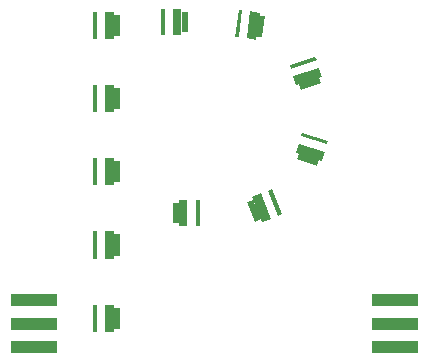
<source format=gts>
G04 #@! TF.FileFunction,Soldermask,Top*
%FSLAX46Y46*%
G04 Gerber Fmt 4.6, Leading zero omitted, Abs format (unit mm)*
G04 Created by KiCad (PCBNEW 4.0.0-rc2-stable) date 3/3/2016 3:46:44 PM*
%MOMM*%
G01*
G04 APERTURE LIST*
%ADD10C,0.150000*%
%ADD11R,0.500000X1.800000*%
%ADD12R,0.320000X2.300000*%
%ADD13R,0.800000X2.300000*%
%ADD14R,4.000000X1.000000*%
%ADD15C,0.600000*%
G04 APERTURE END LIST*
D10*
G36*
X56326098Y-22015281D02*
X56326098Y-23815281D01*
X55826098Y-23815281D01*
X55826098Y-22015281D01*
X56326098Y-22015281D01*
X56326098Y-22015281D01*
G37*
G36*
X54336098Y-21765281D02*
X54336098Y-24065281D01*
X54016098Y-24065281D01*
X54016098Y-21765281D01*
X54336098Y-21765281D01*
X54336098Y-21765281D01*
G37*
G36*
X55826098Y-21765281D02*
X55826098Y-24065281D01*
X55026098Y-24065281D01*
X55026098Y-21765281D01*
X55826098Y-21765281D01*
X55826098Y-21765281D01*
G37*
G36*
X56326098Y-28215395D02*
X56326098Y-30015395D01*
X55826098Y-30015395D01*
X55826098Y-28215395D01*
X56326098Y-28215395D01*
X56326098Y-28215395D01*
G37*
G36*
X54336098Y-27965395D02*
X54336098Y-30265395D01*
X54016098Y-30265395D01*
X54016098Y-27965395D01*
X54336098Y-27965395D01*
X54336098Y-27965395D01*
G37*
G36*
X55826098Y-27965395D02*
X55826098Y-30265395D01*
X55026098Y-30265395D01*
X55026098Y-27965395D01*
X55826098Y-27965395D01*
X55826098Y-27965395D01*
G37*
G36*
X56326098Y-34415510D02*
X56326098Y-36215510D01*
X55826098Y-36215510D01*
X55826098Y-34415510D01*
X56326098Y-34415510D01*
X56326098Y-34415510D01*
G37*
G36*
X54336098Y-34165510D02*
X54336098Y-36465510D01*
X54016098Y-36465510D01*
X54016098Y-34165510D01*
X54336098Y-34165510D01*
X54336098Y-34165510D01*
G37*
G36*
X55826098Y-34165510D02*
X55826098Y-36465510D01*
X55026098Y-36465510D01*
X55026098Y-34165510D01*
X55826098Y-34165510D01*
X55826098Y-34165510D01*
G37*
G36*
X56326098Y-40615625D02*
X56326098Y-42415625D01*
X55826098Y-42415625D01*
X55826098Y-40615625D01*
X56326098Y-40615625D01*
X56326098Y-40615625D01*
G37*
G36*
X54336098Y-40365625D02*
X54336098Y-42665625D01*
X54016098Y-42665625D01*
X54016098Y-40365625D01*
X54336098Y-40365625D01*
X54336098Y-40365625D01*
G37*
G36*
X55826098Y-40365625D02*
X55826098Y-42665625D01*
X55026098Y-42665625D01*
X55026098Y-40365625D01*
X55826098Y-40365625D01*
X55826098Y-40365625D01*
G37*
G36*
X56326098Y-46815740D02*
X56326098Y-48615740D01*
X55826098Y-48615740D01*
X55826098Y-46815740D01*
X56326098Y-46815740D01*
X56326098Y-46815740D01*
G37*
G36*
X54336098Y-46565740D02*
X54336098Y-48865740D01*
X54016098Y-48865740D01*
X54016098Y-46565740D01*
X54336098Y-46565740D01*
X54336098Y-46565740D01*
G37*
G36*
X55826098Y-46565740D02*
X55826098Y-48865740D01*
X55026098Y-48865740D01*
X55026098Y-46565740D01*
X55826098Y-46565740D01*
X55826098Y-46565740D01*
G37*
D11*
X61034685Y-38832950D03*
D12*
X62934685Y-38832950D03*
D13*
X61684685Y-38832950D03*
D10*
G36*
X67758820Y-39538237D02*
X67101075Y-37862716D01*
X67566498Y-37680009D01*
X68224243Y-39355530D01*
X67758820Y-39538237D01*
X67758820Y-39538237D01*
G37*
G36*
X69702556Y-39043774D02*
X68862104Y-36902830D01*
X69159974Y-36785898D01*
X70000426Y-38926842D01*
X69702556Y-39043774D01*
X69702556Y-39043774D01*
G37*
G36*
X68315597Y-39588241D02*
X67475145Y-37447298D01*
X68219821Y-37154967D01*
X69060273Y-39295910D01*
X68315597Y-39588241D01*
X68315597Y-39588241D01*
G37*
G36*
X72998497Y-34823350D02*
X71285719Y-34269824D01*
X71439477Y-33794052D01*
X73152255Y-34347578D01*
X72998497Y-34823350D01*
X72998497Y-34823350D01*
G37*
G36*
X73848337Y-33006658D02*
X71659787Y-32299374D01*
X71758191Y-31994880D01*
X73946741Y-32702164D01*
X73848337Y-33006658D01*
X73848337Y-33006658D01*
G37*
G36*
X73390140Y-34424457D02*
X71201590Y-33717174D01*
X71447602Y-32955939D01*
X73636152Y-33663222D01*
X73390140Y-34424457D01*
X73390140Y-34424457D01*
G37*
G36*
X73336776Y-27835194D02*
X71626927Y-28397704D01*
X71470674Y-27922746D01*
X73180523Y-27360236D01*
X73336776Y-27835194D01*
X73336776Y-27835194D01*
G37*
G36*
X72952369Y-25866736D02*
X70767562Y-26585498D01*
X70667561Y-26281524D01*
X72852368Y-25562762D01*
X72952369Y-25866736D01*
X72952369Y-25866736D01*
G37*
G36*
X73418002Y-27282110D02*
X71233195Y-28000872D01*
X70983190Y-27240940D01*
X73167997Y-26522178D01*
X73418002Y-27282110D01*
X73418002Y-27282110D01*
G37*
G36*
X68607166Y-22156039D02*
X68364207Y-23939566D01*
X67868782Y-23872077D01*
X68111741Y-22088550D01*
X68607166Y-22156039D01*
X68607166Y-22156039D01*
G37*
G36*
X66669121Y-21639721D02*
X66358673Y-23918673D01*
X66041601Y-23875481D01*
X66352049Y-21596529D01*
X66669121Y-21639721D01*
X66669121Y-21639721D01*
G37*
G36*
X68145485Y-21840837D02*
X67835038Y-24119789D01*
X67042359Y-24011807D01*
X67352806Y-21732855D01*
X68145485Y-21840837D01*
X68145485Y-21840837D01*
G37*
D11*
X61821750Y-22661350D03*
D12*
X59921750Y-22661350D03*
D13*
X61171750Y-22661350D03*
D14*
X79618640Y-50192200D03*
X79618640Y-48192200D03*
X79618640Y-46192200D03*
D15*
X78618640Y-50192200D03*
X78618640Y-48192200D03*
X78618640Y-46192200D03*
D14*
X49020840Y-46192200D03*
X49020840Y-48192200D03*
X49020840Y-50192200D03*
D15*
X50020840Y-46192200D03*
X50020840Y-48192200D03*
X50020840Y-50192200D03*
M02*

</source>
